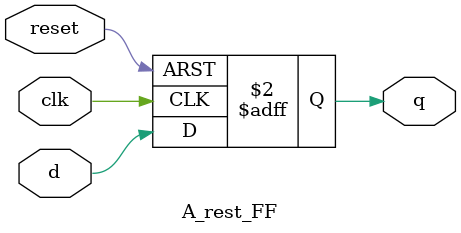
<source format=sv>
module A_rest_FF (
    input logic clk,        
    input logic reset, 
    input logic d,          
    output logic q          
);
    always_ff @(posedge clk or posedge reset) begin
        if (reset)
            q <= 0;         
        else
            q <= d;         
    end

endmodule

</source>
